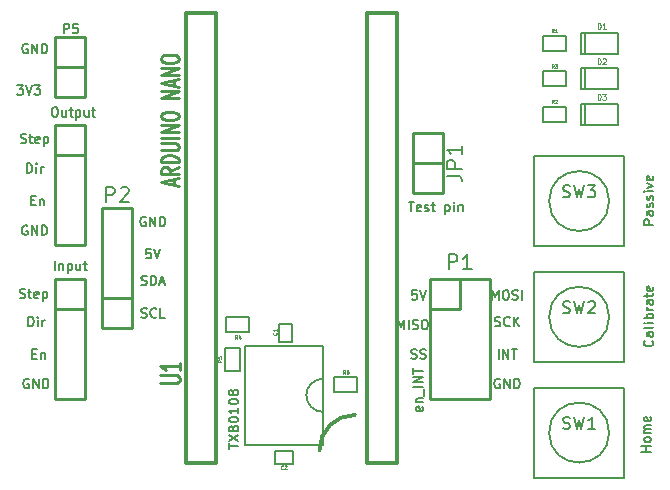
<source format=gto>
%FSLAX34Y34*%
G04 Gerber Fmt 3.4, Leading zero omitted, Abs format*
G04 (created by PCBNEW (2014-03-19 BZR 4756)-product) date Wed 04 Jun 2014 23:43:45 BST*
%MOIN*%
G01*
G70*
G90*
G04 APERTURE LIST*
%ADD10C,0.005906*%
%ADD11C,0.007874*%
%ADD12C,0.010000*%
%ADD13C,0.005000*%
%ADD14C,0.012000*%
%ADD15C,0.007875*%
%ADD16C,0.007900*%
%ADD17C,0.003000*%
%ADD18C,0.008000*%
%ADD19C,0.004500*%
%ADD20C,0.010700*%
G04 APERTURE END LIST*
G54D10*
G54D11*
X56042Y-39630D02*
X55892Y-39630D01*
X55877Y-39780D01*
X55892Y-39765D01*
X55922Y-39750D01*
X55997Y-39750D01*
X56027Y-39765D01*
X56042Y-39780D01*
X56057Y-39810D01*
X56057Y-39885D01*
X56042Y-39915D01*
X56027Y-39930D01*
X55997Y-39945D01*
X55922Y-39945D01*
X55892Y-39930D01*
X55877Y-39915D01*
X56147Y-39630D02*
X56252Y-39945D01*
X56357Y-39630D01*
X55410Y-40929D02*
X55410Y-40614D01*
X55515Y-40839D01*
X55620Y-40614D01*
X55620Y-40929D01*
X55770Y-40929D02*
X55770Y-40614D01*
X55905Y-40914D02*
X55950Y-40929D01*
X56025Y-40929D01*
X56055Y-40914D01*
X56070Y-40899D01*
X56085Y-40869D01*
X56085Y-40839D01*
X56070Y-40809D01*
X56055Y-40794D01*
X56025Y-40779D01*
X55965Y-40764D01*
X55935Y-40749D01*
X55920Y-40734D01*
X55905Y-40704D01*
X55905Y-40674D01*
X55920Y-40644D01*
X55935Y-40629D01*
X55965Y-40614D01*
X56040Y-40614D01*
X56085Y-40629D01*
X56280Y-40614D02*
X56340Y-40614D01*
X56370Y-40629D01*
X56400Y-40659D01*
X56415Y-40719D01*
X56415Y-40824D01*
X56400Y-40884D01*
X56370Y-40914D01*
X56340Y-40929D01*
X56280Y-40929D01*
X56250Y-40914D01*
X56220Y-40884D01*
X56205Y-40824D01*
X56205Y-40719D01*
X56220Y-40659D01*
X56250Y-40629D01*
X56280Y-40614D01*
X55862Y-41899D02*
X55907Y-41914D01*
X55982Y-41914D01*
X56012Y-41899D01*
X56027Y-41884D01*
X56042Y-41854D01*
X56042Y-41824D01*
X56027Y-41794D01*
X56012Y-41779D01*
X55982Y-41764D01*
X55922Y-41749D01*
X55892Y-41734D01*
X55877Y-41719D01*
X55862Y-41689D01*
X55862Y-41659D01*
X55877Y-41629D01*
X55892Y-41614D01*
X55922Y-41599D01*
X55997Y-41599D01*
X56042Y-41614D01*
X56162Y-41899D02*
X56207Y-41914D01*
X56282Y-41914D01*
X56312Y-41899D01*
X56327Y-41884D01*
X56342Y-41854D01*
X56342Y-41824D01*
X56327Y-41794D01*
X56312Y-41779D01*
X56282Y-41764D01*
X56222Y-41749D01*
X56192Y-41734D01*
X56177Y-41719D01*
X56162Y-41689D01*
X56162Y-41659D01*
X56177Y-41629D01*
X56192Y-41614D01*
X56222Y-41599D01*
X56297Y-41599D01*
X56342Y-41614D01*
X56229Y-43515D02*
X56244Y-43545D01*
X56244Y-43605D01*
X56229Y-43635D01*
X56199Y-43650D01*
X56079Y-43650D01*
X56049Y-43635D01*
X56034Y-43605D01*
X56034Y-43545D01*
X56049Y-43515D01*
X56079Y-43500D01*
X56109Y-43500D01*
X56139Y-43650D01*
X56034Y-43365D02*
X56244Y-43365D01*
X56064Y-43365D02*
X56049Y-43350D01*
X56034Y-43320D01*
X56034Y-43275D01*
X56049Y-43245D01*
X56079Y-43230D01*
X56244Y-43230D01*
X56274Y-43155D02*
X56274Y-42915D01*
X56244Y-42840D02*
X55929Y-42840D01*
X56244Y-42690D02*
X55929Y-42690D01*
X56244Y-42510D01*
X55929Y-42510D01*
X55929Y-42405D02*
X55929Y-42225D01*
X56244Y-42315D02*
X55929Y-42315D01*
X58815Y-42598D02*
X58785Y-42583D01*
X58740Y-42583D01*
X58695Y-42598D01*
X58665Y-42628D01*
X58650Y-42658D01*
X58635Y-42718D01*
X58635Y-42763D01*
X58650Y-42823D01*
X58665Y-42853D01*
X58695Y-42883D01*
X58740Y-42898D01*
X58770Y-42898D01*
X58815Y-42883D01*
X58830Y-42868D01*
X58830Y-42763D01*
X58770Y-42763D01*
X58965Y-42898D02*
X58965Y-42583D01*
X59145Y-42898D01*
X59145Y-42583D01*
X59295Y-42898D02*
X59295Y-42583D01*
X59370Y-42583D01*
X59415Y-42598D01*
X59445Y-42628D01*
X59460Y-42658D01*
X59475Y-42718D01*
X59475Y-42763D01*
X59460Y-42823D01*
X59445Y-42853D01*
X59415Y-42883D01*
X59370Y-42898D01*
X59295Y-42898D01*
X58770Y-41914D02*
X58770Y-41599D01*
X58920Y-41914D02*
X58920Y-41599D01*
X59100Y-41914D01*
X59100Y-41599D01*
X59205Y-41599D02*
X59385Y-41599D01*
X59295Y-41914D02*
X59295Y-41599D01*
X58650Y-40816D02*
X58695Y-40831D01*
X58770Y-40831D01*
X58800Y-40816D01*
X58815Y-40801D01*
X58830Y-40771D01*
X58830Y-40741D01*
X58815Y-40711D01*
X58800Y-40696D01*
X58770Y-40681D01*
X58710Y-40666D01*
X58680Y-40651D01*
X58665Y-40636D01*
X58650Y-40606D01*
X58650Y-40576D01*
X58665Y-40546D01*
X58680Y-40531D01*
X58710Y-40516D01*
X58785Y-40516D01*
X58830Y-40531D01*
X59145Y-40801D02*
X59130Y-40816D01*
X59085Y-40831D01*
X59055Y-40831D01*
X59010Y-40816D01*
X58980Y-40786D01*
X58965Y-40756D01*
X58950Y-40696D01*
X58950Y-40651D01*
X58965Y-40591D01*
X58980Y-40561D01*
X59010Y-40531D01*
X59055Y-40516D01*
X59085Y-40516D01*
X59130Y-40531D01*
X59145Y-40546D01*
X59280Y-40831D02*
X59280Y-40516D01*
X59460Y-40831D02*
X59325Y-40651D01*
X59460Y-40516D02*
X59280Y-40696D01*
X58560Y-39945D02*
X58560Y-39630D01*
X58665Y-39855D01*
X58770Y-39630D01*
X58770Y-39945D01*
X58980Y-39630D02*
X59040Y-39630D01*
X59070Y-39645D01*
X59100Y-39675D01*
X59115Y-39735D01*
X59115Y-39840D01*
X59100Y-39900D01*
X59070Y-39930D01*
X59040Y-39945D01*
X58980Y-39945D01*
X58950Y-39930D01*
X58920Y-39900D01*
X58905Y-39840D01*
X58905Y-39735D01*
X58920Y-39675D01*
X58950Y-39645D01*
X58980Y-39630D01*
X59235Y-39930D02*
X59280Y-39945D01*
X59355Y-39945D01*
X59385Y-39930D01*
X59400Y-39915D01*
X59415Y-39885D01*
X59415Y-39855D01*
X59400Y-39825D01*
X59385Y-39810D01*
X59355Y-39795D01*
X59295Y-39780D01*
X59265Y-39765D01*
X59250Y-39750D01*
X59235Y-39720D01*
X59235Y-39690D01*
X59250Y-39660D01*
X59265Y-39645D01*
X59295Y-39630D01*
X59370Y-39630D01*
X59415Y-39645D01*
X59550Y-39945D02*
X59550Y-39630D01*
X43071Y-31433D02*
X43041Y-31418D01*
X42996Y-31418D01*
X42951Y-31433D01*
X42921Y-31463D01*
X42906Y-31493D01*
X42891Y-31553D01*
X42891Y-31598D01*
X42906Y-31658D01*
X42921Y-31688D01*
X42951Y-31718D01*
X42996Y-31733D01*
X43026Y-31733D01*
X43071Y-31718D01*
X43086Y-31703D01*
X43086Y-31598D01*
X43026Y-31598D01*
X43221Y-31733D02*
X43221Y-31418D01*
X43401Y-31733D01*
X43401Y-31418D01*
X43550Y-31733D02*
X43550Y-31418D01*
X43625Y-31418D01*
X43670Y-31433D01*
X43700Y-31463D01*
X43715Y-31493D01*
X43730Y-31553D01*
X43730Y-31598D01*
X43715Y-31658D01*
X43700Y-31688D01*
X43670Y-31718D01*
X43625Y-31733D01*
X43550Y-31733D01*
X42724Y-32796D02*
X42919Y-32796D01*
X42814Y-32916D01*
X42859Y-32916D01*
X42889Y-32931D01*
X42904Y-32946D01*
X42919Y-32976D01*
X42919Y-33050D01*
X42904Y-33080D01*
X42889Y-33095D01*
X42859Y-33110D01*
X42769Y-33110D01*
X42739Y-33095D01*
X42724Y-33080D01*
X43009Y-32796D02*
X43114Y-33110D01*
X43219Y-32796D01*
X43294Y-32796D02*
X43489Y-32796D01*
X43384Y-32916D01*
X43429Y-32916D01*
X43459Y-32931D01*
X43474Y-32946D01*
X43489Y-32976D01*
X43489Y-33050D01*
X43474Y-33080D01*
X43459Y-33095D01*
X43429Y-33110D01*
X43339Y-33110D01*
X43309Y-33095D01*
X43294Y-33080D01*
X63922Y-37443D02*
X63607Y-37443D01*
X63607Y-37323D01*
X63622Y-37293D01*
X63637Y-37278D01*
X63667Y-37263D01*
X63712Y-37263D01*
X63742Y-37278D01*
X63757Y-37293D01*
X63772Y-37323D01*
X63772Y-37443D01*
X63922Y-36993D02*
X63757Y-36993D01*
X63727Y-37008D01*
X63712Y-37038D01*
X63712Y-37098D01*
X63727Y-37128D01*
X63907Y-36993D02*
X63922Y-37023D01*
X63922Y-37098D01*
X63907Y-37128D01*
X63877Y-37143D01*
X63847Y-37143D01*
X63817Y-37128D01*
X63802Y-37098D01*
X63802Y-37023D01*
X63787Y-36993D01*
X63907Y-36858D02*
X63922Y-36828D01*
X63922Y-36768D01*
X63907Y-36738D01*
X63877Y-36723D01*
X63862Y-36723D01*
X63832Y-36738D01*
X63817Y-36768D01*
X63817Y-36813D01*
X63802Y-36843D01*
X63772Y-36858D01*
X63757Y-36858D01*
X63727Y-36843D01*
X63712Y-36813D01*
X63712Y-36768D01*
X63727Y-36738D01*
X63907Y-36603D02*
X63922Y-36573D01*
X63922Y-36513D01*
X63907Y-36483D01*
X63877Y-36468D01*
X63862Y-36468D01*
X63832Y-36483D01*
X63817Y-36513D01*
X63817Y-36558D01*
X63802Y-36588D01*
X63772Y-36603D01*
X63757Y-36603D01*
X63727Y-36588D01*
X63712Y-36558D01*
X63712Y-36513D01*
X63727Y-36483D01*
X63922Y-36333D02*
X63712Y-36333D01*
X63607Y-36333D02*
X63622Y-36348D01*
X63637Y-36333D01*
X63622Y-36318D01*
X63607Y-36333D01*
X63637Y-36333D01*
X63712Y-36213D02*
X63922Y-36138D01*
X63712Y-36063D01*
X63907Y-35823D02*
X63922Y-35853D01*
X63922Y-35913D01*
X63907Y-35943D01*
X63877Y-35958D01*
X63757Y-35958D01*
X63727Y-35943D01*
X63712Y-35913D01*
X63712Y-35853D01*
X63727Y-35823D01*
X63757Y-35808D01*
X63787Y-35808D01*
X63817Y-35958D01*
X63892Y-41302D02*
X63907Y-41317D01*
X63922Y-41362D01*
X63922Y-41392D01*
X63907Y-41437D01*
X63877Y-41467D01*
X63847Y-41482D01*
X63787Y-41497D01*
X63742Y-41497D01*
X63682Y-41482D01*
X63652Y-41467D01*
X63622Y-41437D01*
X63607Y-41392D01*
X63607Y-41362D01*
X63622Y-41317D01*
X63637Y-41302D01*
X63922Y-41032D02*
X63757Y-41032D01*
X63727Y-41047D01*
X63712Y-41077D01*
X63712Y-41137D01*
X63727Y-41167D01*
X63907Y-41032D02*
X63922Y-41062D01*
X63922Y-41137D01*
X63907Y-41167D01*
X63877Y-41182D01*
X63847Y-41182D01*
X63817Y-41167D01*
X63802Y-41137D01*
X63802Y-41062D01*
X63787Y-41032D01*
X63922Y-40837D02*
X63907Y-40867D01*
X63877Y-40882D01*
X63607Y-40882D01*
X63922Y-40717D02*
X63712Y-40717D01*
X63607Y-40717D02*
X63622Y-40732D01*
X63637Y-40717D01*
X63622Y-40702D01*
X63607Y-40717D01*
X63637Y-40717D01*
X63922Y-40567D02*
X63607Y-40567D01*
X63727Y-40567D02*
X63712Y-40537D01*
X63712Y-40477D01*
X63727Y-40447D01*
X63742Y-40432D01*
X63772Y-40417D01*
X63862Y-40417D01*
X63892Y-40432D01*
X63907Y-40447D01*
X63922Y-40477D01*
X63922Y-40537D01*
X63907Y-40567D01*
X63922Y-40282D02*
X63712Y-40282D01*
X63772Y-40282D02*
X63742Y-40267D01*
X63727Y-40252D01*
X63712Y-40222D01*
X63712Y-40192D01*
X63922Y-39952D02*
X63757Y-39952D01*
X63727Y-39967D01*
X63712Y-39997D01*
X63712Y-40057D01*
X63727Y-40087D01*
X63907Y-39952D02*
X63922Y-39982D01*
X63922Y-40057D01*
X63907Y-40087D01*
X63877Y-40102D01*
X63847Y-40102D01*
X63817Y-40087D01*
X63802Y-40057D01*
X63802Y-39982D01*
X63787Y-39952D01*
X63712Y-39847D02*
X63712Y-39727D01*
X63607Y-39802D02*
X63877Y-39802D01*
X63907Y-39787D01*
X63922Y-39757D01*
X63922Y-39727D01*
X63907Y-39502D02*
X63922Y-39532D01*
X63922Y-39592D01*
X63907Y-39622D01*
X63877Y-39637D01*
X63757Y-39637D01*
X63727Y-39622D01*
X63712Y-39592D01*
X63712Y-39532D01*
X63727Y-39502D01*
X63757Y-39487D01*
X63787Y-39487D01*
X63817Y-39637D01*
X63843Y-45006D02*
X63528Y-45006D01*
X63678Y-45006D02*
X63678Y-44826D01*
X63843Y-44826D02*
X63528Y-44826D01*
X63843Y-44631D02*
X63828Y-44661D01*
X63813Y-44676D01*
X63783Y-44691D01*
X63693Y-44691D01*
X63663Y-44676D01*
X63648Y-44661D01*
X63633Y-44631D01*
X63633Y-44586D01*
X63648Y-44556D01*
X63663Y-44541D01*
X63693Y-44526D01*
X63783Y-44526D01*
X63813Y-44541D01*
X63828Y-44556D01*
X63843Y-44586D01*
X63843Y-44631D01*
X63843Y-44391D02*
X63633Y-44391D01*
X63663Y-44391D02*
X63648Y-44376D01*
X63633Y-44346D01*
X63633Y-44301D01*
X63648Y-44271D01*
X63678Y-44256D01*
X63843Y-44256D01*
X63678Y-44256D02*
X63648Y-44241D01*
X63633Y-44211D01*
X63633Y-44166D01*
X63648Y-44136D01*
X63678Y-44121D01*
X63843Y-44121D01*
X63828Y-43851D02*
X63843Y-43881D01*
X63843Y-43941D01*
X63828Y-43971D01*
X63798Y-43986D01*
X63678Y-43986D01*
X63648Y-43971D01*
X63633Y-43941D01*
X63633Y-43881D01*
X63648Y-43851D01*
X63678Y-43836D01*
X63708Y-43836D01*
X63738Y-43986D01*
X47004Y-37185D02*
X46974Y-37170D01*
X46929Y-37170D01*
X46884Y-37185D01*
X46854Y-37215D01*
X46839Y-37245D01*
X46824Y-37305D01*
X46824Y-37350D01*
X46839Y-37410D01*
X46854Y-37440D01*
X46884Y-37470D01*
X46929Y-37485D01*
X46959Y-37485D01*
X47004Y-37470D01*
X47019Y-37455D01*
X47019Y-37350D01*
X46959Y-37350D01*
X47154Y-37485D02*
X47154Y-37170D01*
X47334Y-37485D01*
X47334Y-37170D01*
X47484Y-37485D02*
X47484Y-37170D01*
X47559Y-37170D01*
X47604Y-37185D01*
X47634Y-37215D01*
X47649Y-37245D01*
X47664Y-37305D01*
X47664Y-37350D01*
X47649Y-37410D01*
X47634Y-37440D01*
X47604Y-37470D01*
X47559Y-37485D01*
X47484Y-37485D01*
X47184Y-38252D02*
X47034Y-38252D01*
X47019Y-38402D01*
X47034Y-38387D01*
X47064Y-38372D01*
X47139Y-38372D01*
X47169Y-38387D01*
X47184Y-38402D01*
X47199Y-38432D01*
X47199Y-38507D01*
X47184Y-38537D01*
X47169Y-38552D01*
X47139Y-38567D01*
X47064Y-38567D01*
X47034Y-38552D01*
X47019Y-38537D01*
X47289Y-38252D02*
X47394Y-38567D01*
X47499Y-38252D01*
X46861Y-39438D02*
X46906Y-39453D01*
X46981Y-39453D01*
X47011Y-39438D01*
X47026Y-39423D01*
X47041Y-39393D01*
X47041Y-39363D01*
X47026Y-39333D01*
X47011Y-39318D01*
X46981Y-39303D01*
X46921Y-39288D01*
X46891Y-39273D01*
X46876Y-39258D01*
X46861Y-39228D01*
X46861Y-39198D01*
X46876Y-39168D01*
X46891Y-39153D01*
X46921Y-39138D01*
X46996Y-39138D01*
X47041Y-39153D01*
X47176Y-39453D02*
X47176Y-39138D01*
X47251Y-39138D01*
X47296Y-39153D01*
X47326Y-39183D01*
X47341Y-39213D01*
X47356Y-39273D01*
X47356Y-39318D01*
X47341Y-39378D01*
X47326Y-39408D01*
X47296Y-39438D01*
X47251Y-39453D01*
X47176Y-39453D01*
X47476Y-39363D02*
X47626Y-39363D01*
X47446Y-39453D02*
X47551Y-39138D01*
X47656Y-39453D01*
X46869Y-40521D02*
X46914Y-40536D01*
X46989Y-40536D01*
X47019Y-40521D01*
X47034Y-40506D01*
X47049Y-40476D01*
X47049Y-40446D01*
X47034Y-40416D01*
X47019Y-40401D01*
X46989Y-40386D01*
X46929Y-40371D01*
X46899Y-40356D01*
X46884Y-40341D01*
X46869Y-40311D01*
X46869Y-40281D01*
X46884Y-40251D01*
X46899Y-40236D01*
X46929Y-40221D01*
X47004Y-40221D01*
X47049Y-40236D01*
X47364Y-40506D02*
X47349Y-40521D01*
X47304Y-40536D01*
X47274Y-40536D01*
X47229Y-40521D01*
X47199Y-40491D01*
X47184Y-40461D01*
X47169Y-40401D01*
X47169Y-40356D01*
X47184Y-40296D01*
X47199Y-40266D01*
X47229Y-40236D01*
X47274Y-40221D01*
X47304Y-40221D01*
X47349Y-40236D01*
X47364Y-40251D01*
X47649Y-40536D02*
X47499Y-40536D01*
X47499Y-40221D01*
X43949Y-33528D02*
X44009Y-33528D01*
X44039Y-33543D01*
X44069Y-33573D01*
X44084Y-33633D01*
X44084Y-33738D01*
X44069Y-33798D01*
X44039Y-33828D01*
X44009Y-33843D01*
X43949Y-33843D01*
X43919Y-33828D01*
X43889Y-33798D01*
X43874Y-33738D01*
X43874Y-33633D01*
X43889Y-33573D01*
X43919Y-33543D01*
X43949Y-33528D01*
X44354Y-33633D02*
X44354Y-33843D01*
X44219Y-33633D02*
X44219Y-33798D01*
X44234Y-33828D01*
X44264Y-33843D01*
X44309Y-33843D01*
X44339Y-33828D01*
X44354Y-33813D01*
X44459Y-33633D02*
X44579Y-33633D01*
X44504Y-33528D02*
X44504Y-33798D01*
X44519Y-33828D01*
X44549Y-33843D01*
X44579Y-33843D01*
X44684Y-33633D02*
X44684Y-33948D01*
X44684Y-33648D02*
X44714Y-33633D01*
X44774Y-33633D01*
X44804Y-33648D01*
X44819Y-33663D01*
X44834Y-33693D01*
X44834Y-33783D01*
X44819Y-33813D01*
X44804Y-33828D01*
X44774Y-33843D01*
X44714Y-33843D01*
X44684Y-33828D01*
X45104Y-33633D02*
X45104Y-33843D01*
X44969Y-33633D02*
X44969Y-33798D01*
X44984Y-33828D01*
X45014Y-33843D01*
X45059Y-33843D01*
X45089Y-33828D01*
X45104Y-33813D01*
X45209Y-33633D02*
X45329Y-33633D01*
X45254Y-33528D02*
X45254Y-33798D01*
X45269Y-33828D01*
X45299Y-33843D01*
X45329Y-33843D01*
X42849Y-34714D02*
X42894Y-34729D01*
X42969Y-34729D01*
X42999Y-34714D01*
X43014Y-34699D01*
X43029Y-34669D01*
X43029Y-34639D01*
X43014Y-34609D01*
X42999Y-34594D01*
X42969Y-34579D01*
X42909Y-34564D01*
X42879Y-34549D01*
X42864Y-34534D01*
X42849Y-34504D01*
X42849Y-34474D01*
X42864Y-34444D01*
X42879Y-34429D01*
X42909Y-34414D01*
X42984Y-34414D01*
X43029Y-34429D01*
X43119Y-34519D02*
X43239Y-34519D01*
X43164Y-34414D02*
X43164Y-34684D01*
X43179Y-34714D01*
X43209Y-34729D01*
X43239Y-34729D01*
X43464Y-34714D02*
X43434Y-34729D01*
X43374Y-34729D01*
X43344Y-34714D01*
X43329Y-34684D01*
X43329Y-34564D01*
X43344Y-34534D01*
X43374Y-34519D01*
X43434Y-34519D01*
X43464Y-34534D01*
X43479Y-34564D01*
X43479Y-34594D01*
X43329Y-34624D01*
X43614Y-34519D02*
X43614Y-34834D01*
X43614Y-34534D02*
X43644Y-34519D01*
X43704Y-34519D01*
X43734Y-34534D01*
X43749Y-34549D01*
X43764Y-34579D01*
X43764Y-34669D01*
X43749Y-34699D01*
X43734Y-34714D01*
X43704Y-34729D01*
X43644Y-34729D01*
X43614Y-34714D01*
X43052Y-35713D02*
X43052Y-35398D01*
X43127Y-35398D01*
X43172Y-35413D01*
X43202Y-35443D01*
X43217Y-35473D01*
X43232Y-35533D01*
X43232Y-35578D01*
X43217Y-35638D01*
X43202Y-35668D01*
X43172Y-35698D01*
X43127Y-35713D01*
X43052Y-35713D01*
X43367Y-35713D02*
X43367Y-35503D01*
X43367Y-35398D02*
X43352Y-35413D01*
X43367Y-35428D01*
X43382Y-35413D01*
X43367Y-35398D01*
X43367Y-35428D01*
X43517Y-35713D02*
X43517Y-35503D01*
X43517Y-35563D02*
X43532Y-35533D01*
X43547Y-35518D01*
X43577Y-35503D01*
X43607Y-35503D01*
X43195Y-36631D02*
X43300Y-36631D01*
X43345Y-36796D02*
X43195Y-36796D01*
X43195Y-36481D01*
X43345Y-36481D01*
X43480Y-36586D02*
X43480Y-36796D01*
X43480Y-36616D02*
X43495Y-36601D01*
X43525Y-36586D01*
X43570Y-36586D01*
X43600Y-36601D01*
X43615Y-36631D01*
X43615Y-36796D01*
X43067Y-37480D02*
X43037Y-37465D01*
X42992Y-37465D01*
X42947Y-37480D01*
X42917Y-37510D01*
X42902Y-37540D01*
X42887Y-37600D01*
X42887Y-37645D01*
X42902Y-37705D01*
X42917Y-37735D01*
X42947Y-37765D01*
X42992Y-37780D01*
X43022Y-37780D01*
X43067Y-37765D01*
X43082Y-37750D01*
X43082Y-37645D01*
X43022Y-37645D01*
X43217Y-37780D02*
X43217Y-37465D01*
X43397Y-37780D01*
X43397Y-37465D01*
X43547Y-37780D02*
X43547Y-37465D01*
X43622Y-37465D01*
X43667Y-37480D01*
X43697Y-37510D01*
X43712Y-37540D01*
X43727Y-37600D01*
X43727Y-37645D01*
X43712Y-37705D01*
X43697Y-37735D01*
X43667Y-37765D01*
X43622Y-37780D01*
X43547Y-37780D01*
X43970Y-38961D02*
X43970Y-38646D01*
X44120Y-38751D02*
X44120Y-38961D01*
X44120Y-38781D02*
X44135Y-38766D01*
X44165Y-38751D01*
X44210Y-38751D01*
X44240Y-38766D01*
X44255Y-38796D01*
X44255Y-38961D01*
X44405Y-38751D02*
X44405Y-39066D01*
X44405Y-38766D02*
X44435Y-38751D01*
X44495Y-38751D01*
X44525Y-38766D01*
X44540Y-38781D01*
X44555Y-38811D01*
X44555Y-38901D01*
X44540Y-38931D01*
X44525Y-38946D01*
X44495Y-38961D01*
X44435Y-38961D01*
X44405Y-38946D01*
X44825Y-38751D02*
X44825Y-38961D01*
X44690Y-38751D02*
X44690Y-38916D01*
X44705Y-38946D01*
X44735Y-38961D01*
X44780Y-38961D01*
X44810Y-38946D01*
X44825Y-38931D01*
X44930Y-38751D02*
X45050Y-38751D01*
X44975Y-38646D02*
X44975Y-38916D01*
X44990Y-38946D01*
X45020Y-38961D01*
X45050Y-38961D01*
X43106Y-42598D02*
X43076Y-42583D01*
X43031Y-42583D01*
X42986Y-42598D01*
X42956Y-42628D01*
X42941Y-42658D01*
X42926Y-42718D01*
X42926Y-42763D01*
X42941Y-42823D01*
X42956Y-42853D01*
X42986Y-42883D01*
X43031Y-42898D01*
X43061Y-42898D01*
X43106Y-42883D01*
X43121Y-42868D01*
X43121Y-42763D01*
X43061Y-42763D01*
X43256Y-42898D02*
X43256Y-42583D01*
X43436Y-42898D01*
X43436Y-42583D01*
X43586Y-42898D02*
X43586Y-42583D01*
X43661Y-42583D01*
X43706Y-42598D01*
X43736Y-42628D01*
X43751Y-42658D01*
X43766Y-42718D01*
X43766Y-42763D01*
X43751Y-42823D01*
X43736Y-42853D01*
X43706Y-42883D01*
X43661Y-42898D01*
X43586Y-42898D01*
X43234Y-41749D02*
X43339Y-41749D01*
X43384Y-41914D02*
X43234Y-41914D01*
X43234Y-41599D01*
X43384Y-41599D01*
X43519Y-41704D02*
X43519Y-41914D01*
X43519Y-41734D02*
X43534Y-41719D01*
X43564Y-41704D01*
X43609Y-41704D01*
X43639Y-41719D01*
X43654Y-41749D01*
X43654Y-41914D01*
X43091Y-40831D02*
X43091Y-40516D01*
X43166Y-40516D01*
X43211Y-40531D01*
X43241Y-40561D01*
X43256Y-40591D01*
X43271Y-40651D01*
X43271Y-40696D01*
X43256Y-40756D01*
X43241Y-40786D01*
X43211Y-40816D01*
X43166Y-40831D01*
X43091Y-40831D01*
X43406Y-40831D02*
X43406Y-40621D01*
X43406Y-40516D02*
X43391Y-40531D01*
X43406Y-40546D01*
X43421Y-40531D01*
X43406Y-40516D01*
X43406Y-40546D01*
X43556Y-40831D02*
X43556Y-40621D01*
X43556Y-40681D02*
X43571Y-40651D01*
X43586Y-40636D01*
X43616Y-40621D01*
X43646Y-40621D01*
X42810Y-39871D02*
X42855Y-39886D01*
X42930Y-39886D01*
X42960Y-39871D01*
X42975Y-39856D01*
X42990Y-39826D01*
X42990Y-39796D01*
X42975Y-39766D01*
X42960Y-39751D01*
X42930Y-39736D01*
X42870Y-39721D01*
X42840Y-39706D01*
X42825Y-39691D01*
X42810Y-39661D01*
X42810Y-39631D01*
X42825Y-39601D01*
X42840Y-39586D01*
X42870Y-39571D01*
X42945Y-39571D01*
X42990Y-39586D01*
X43080Y-39676D02*
X43200Y-39676D01*
X43125Y-39571D02*
X43125Y-39841D01*
X43140Y-39871D01*
X43170Y-39886D01*
X43200Y-39886D01*
X43425Y-39871D02*
X43395Y-39886D01*
X43335Y-39886D01*
X43305Y-39871D01*
X43290Y-39841D01*
X43290Y-39721D01*
X43305Y-39691D01*
X43335Y-39676D01*
X43395Y-39676D01*
X43425Y-39691D01*
X43440Y-39721D01*
X43440Y-39751D01*
X43290Y-39781D01*
X43575Y-39676D02*
X43575Y-39991D01*
X43575Y-39691D02*
X43605Y-39676D01*
X43665Y-39676D01*
X43695Y-39691D01*
X43710Y-39706D01*
X43725Y-39736D01*
X43725Y-39826D01*
X43710Y-39856D01*
X43695Y-39871D01*
X43665Y-39886D01*
X43605Y-39886D01*
X43575Y-39871D01*
X55770Y-36677D02*
X55950Y-36677D01*
X55860Y-36992D02*
X55860Y-36677D01*
X56175Y-36977D02*
X56145Y-36992D01*
X56085Y-36992D01*
X56055Y-36977D01*
X56040Y-36947D01*
X56040Y-36827D01*
X56055Y-36797D01*
X56085Y-36782D01*
X56145Y-36782D01*
X56175Y-36797D01*
X56190Y-36827D01*
X56190Y-36857D01*
X56040Y-36887D01*
X56310Y-36977D02*
X56340Y-36992D01*
X56400Y-36992D01*
X56430Y-36977D01*
X56445Y-36947D01*
X56445Y-36932D01*
X56430Y-36902D01*
X56400Y-36887D01*
X56355Y-36887D01*
X56325Y-36872D01*
X56310Y-36842D01*
X56310Y-36827D01*
X56325Y-36797D01*
X56355Y-36782D01*
X56400Y-36782D01*
X56430Y-36797D01*
X56535Y-36782D02*
X56655Y-36782D01*
X56580Y-36677D02*
X56580Y-36947D01*
X56595Y-36977D01*
X56625Y-36992D01*
X56655Y-36992D01*
X57000Y-36782D02*
X57000Y-37097D01*
X57000Y-36797D02*
X57030Y-36782D01*
X57090Y-36782D01*
X57120Y-36797D01*
X57135Y-36812D01*
X57150Y-36842D01*
X57150Y-36932D01*
X57135Y-36962D01*
X57120Y-36977D01*
X57090Y-36992D01*
X57030Y-36992D01*
X57000Y-36977D01*
X57285Y-36992D02*
X57285Y-36782D01*
X57285Y-36677D02*
X57270Y-36692D01*
X57285Y-36707D01*
X57300Y-36692D01*
X57285Y-36677D01*
X57285Y-36707D01*
X57435Y-36782D02*
X57435Y-36992D01*
X57435Y-36812D02*
X57450Y-36797D01*
X57480Y-36782D01*
X57525Y-36782D01*
X57555Y-36797D01*
X57570Y-36827D01*
X57570Y-36992D01*
G54D10*
X52362Y-43129D02*
G75*
G03X52913Y-43681I551J0D01*
G74*
G01*
X52913Y-42578D02*
G75*
G03X52362Y-43129I0J-551D01*
G74*
G01*
X52913Y-41476D02*
X52913Y-44783D01*
X52913Y-44783D02*
X50314Y-44783D01*
X50314Y-44783D02*
X50314Y-41476D01*
X50314Y-41476D02*
X52913Y-41476D01*
X51879Y-40738D02*
X51466Y-40738D01*
X51466Y-40738D02*
X51466Y-41348D01*
X51466Y-41348D02*
X51879Y-41348D01*
X51879Y-40738D02*
X51879Y-41348D01*
X51919Y-45403D02*
X51919Y-44990D01*
X51919Y-44990D02*
X51309Y-44990D01*
X51309Y-44990D02*
X51309Y-45403D01*
X51919Y-45403D02*
X51309Y-45403D01*
G54D12*
X56480Y-40240D02*
X56480Y-43240D01*
X56480Y-43240D02*
X58480Y-43240D01*
X58480Y-43240D02*
X58480Y-39240D01*
X58480Y-39240D02*
X57480Y-39240D01*
X56480Y-39240D02*
X56480Y-40240D01*
X57480Y-39240D02*
X57480Y-40240D01*
X57480Y-40240D02*
X56480Y-40240D01*
X56480Y-39240D02*
X57480Y-39240D01*
X46562Y-39877D02*
X46562Y-36877D01*
X45562Y-39877D02*
X45562Y-36877D01*
X45562Y-40877D02*
X45562Y-39877D01*
X46562Y-36877D02*
X45562Y-36877D01*
X45562Y-39877D02*
X46562Y-39877D01*
X45562Y-40877D02*
X46562Y-40877D01*
X46562Y-40877D02*
X46562Y-39877D01*
X43988Y-35122D02*
X43988Y-38122D01*
X44988Y-35122D02*
X44988Y-38122D01*
X44988Y-34122D02*
X44988Y-35122D01*
X43988Y-38122D02*
X44988Y-38122D01*
X44988Y-35122D02*
X43988Y-35122D01*
X44988Y-34122D02*
X43988Y-34122D01*
X43988Y-34122D02*
X43988Y-35122D01*
X43988Y-40240D02*
X43988Y-43240D01*
X44988Y-40240D02*
X44988Y-43240D01*
X44988Y-39240D02*
X44988Y-40240D01*
X43988Y-43240D02*
X44988Y-43240D01*
X44988Y-40240D02*
X43988Y-40240D01*
X44988Y-39240D02*
X43988Y-39240D01*
X43988Y-39240D02*
X43988Y-40240D01*
G54D10*
X61013Y-31151D02*
X60246Y-31151D01*
X60246Y-31151D02*
X60246Y-31643D01*
X60246Y-31643D02*
X61013Y-31643D01*
X61013Y-31643D02*
X61013Y-31151D01*
X61013Y-33513D02*
X60246Y-33513D01*
X60246Y-33513D02*
X60246Y-34005D01*
X60246Y-34005D02*
X61013Y-34005D01*
X61013Y-34005D02*
X61013Y-33513D01*
X61013Y-32332D02*
X60246Y-32332D01*
X60246Y-32332D02*
X60246Y-32824D01*
X60246Y-32824D02*
X61013Y-32824D01*
X61013Y-32824D02*
X61013Y-32332D01*
X49694Y-41013D02*
X50462Y-41013D01*
X50462Y-41013D02*
X50462Y-40521D01*
X50462Y-40521D02*
X49694Y-40521D01*
X49694Y-40521D02*
X49694Y-41013D01*
X49655Y-41545D02*
X49655Y-42312D01*
X49655Y-42312D02*
X50147Y-42312D01*
X50147Y-42312D02*
X50147Y-41545D01*
X50147Y-41545D02*
X49655Y-41545D01*
X54064Y-42529D02*
X53297Y-42529D01*
X53297Y-42529D02*
X53297Y-43021D01*
X53297Y-43021D02*
X54064Y-43021D01*
X54064Y-43021D02*
X54064Y-42529D01*
G54D13*
X62456Y-44370D02*
G75*
G03X62456Y-44370I-1000J0D01*
G74*
G01*
X59956Y-42870D02*
X62956Y-42870D01*
X62956Y-42870D02*
X62956Y-45870D01*
X62956Y-45870D02*
X59956Y-45870D01*
X59956Y-42870D02*
X59956Y-45870D01*
X62456Y-40511D02*
G75*
G03X62456Y-40511I-1000J0D01*
G74*
G01*
X59956Y-39011D02*
X62956Y-39011D01*
X62956Y-39011D02*
X62956Y-42011D01*
X62956Y-42011D02*
X59956Y-42011D01*
X59956Y-39011D02*
X59956Y-42011D01*
X62456Y-36653D02*
G75*
G03X62456Y-36653I-1000J0D01*
G74*
G01*
X59956Y-35153D02*
X62956Y-35153D01*
X62956Y-35153D02*
X62956Y-38153D01*
X62956Y-38153D02*
X59956Y-38153D01*
X59956Y-35153D02*
X59956Y-38153D01*
G54D10*
X61653Y-31043D02*
X61515Y-31043D01*
X61515Y-31043D02*
X61515Y-31751D01*
X61515Y-31751D02*
X61653Y-31751D01*
X61653Y-31751D02*
X62755Y-31751D01*
X62755Y-31751D02*
X62755Y-31043D01*
X62755Y-31043D02*
X61653Y-31043D01*
X61653Y-31043D02*
X61653Y-31751D01*
X61653Y-32224D02*
X61515Y-32224D01*
X61515Y-32224D02*
X61515Y-32933D01*
X61515Y-32933D02*
X61653Y-32933D01*
X61653Y-32933D02*
X62755Y-32933D01*
X62755Y-32933D02*
X62755Y-32224D01*
X62755Y-32224D02*
X61653Y-32224D01*
X61653Y-32224D02*
X61653Y-32933D01*
X61653Y-33405D02*
X61515Y-33405D01*
X61515Y-33405D02*
X61515Y-34114D01*
X61515Y-34114D02*
X61653Y-34114D01*
X61653Y-34114D02*
X62755Y-34114D01*
X62755Y-34114D02*
X62755Y-33405D01*
X62755Y-33405D02*
X61653Y-33405D01*
X61653Y-33405D02*
X61653Y-34114D01*
G54D12*
X56917Y-35393D02*
X55917Y-35393D01*
X56917Y-34393D02*
X55917Y-34393D01*
X55917Y-34393D02*
X55917Y-35393D01*
X55917Y-35393D02*
X55917Y-36393D01*
X55917Y-36393D02*
X56917Y-36393D01*
X56917Y-36393D02*
X56917Y-34393D01*
X43992Y-32181D02*
X44992Y-32181D01*
X43992Y-33181D02*
X44992Y-33181D01*
X44992Y-33181D02*
X44992Y-32181D01*
X44992Y-32181D02*
X44992Y-31181D01*
X44992Y-31181D02*
X43992Y-31181D01*
X43992Y-31181D02*
X43992Y-33181D01*
G54D14*
X53980Y-43779D02*
G75*
G03X52799Y-44960I0J-1181D01*
G74*
G01*
X48354Y-30460D02*
X48354Y-30397D01*
X55389Y-31389D02*
X55389Y-30393D01*
X55389Y-30393D02*
X54389Y-30393D01*
X54389Y-31393D02*
X54389Y-30393D01*
X49358Y-31389D02*
X49358Y-30397D01*
X49358Y-30397D02*
X48358Y-30397D01*
X48354Y-31385D02*
X48354Y-30437D01*
X55388Y-45394D02*
X54388Y-45394D01*
X55388Y-31394D02*
X55388Y-45394D01*
X54388Y-45394D02*
X54388Y-31394D01*
X48358Y-45385D02*
X48358Y-31385D01*
X49358Y-31385D02*
X49358Y-45385D01*
X49358Y-45385D02*
X48358Y-45385D01*
G54D15*
X49778Y-44914D02*
X49778Y-44734D01*
X50093Y-44824D02*
X49778Y-44824D01*
X49778Y-44659D02*
X50093Y-44449D01*
X49778Y-44449D02*
X50093Y-44659D01*
X49928Y-44224D02*
X49943Y-44179D01*
X49958Y-44164D01*
X49988Y-44149D01*
X50033Y-44149D01*
X50063Y-44164D01*
X50078Y-44179D01*
X50093Y-44209D01*
X50093Y-44329D01*
X49778Y-44329D01*
X49778Y-44224D01*
X49793Y-44194D01*
X49808Y-44179D01*
X49838Y-44164D01*
X49868Y-44164D01*
X49898Y-44179D01*
X49913Y-44194D01*
X49928Y-44224D01*
X49928Y-44329D01*
X49778Y-43954D02*
X49778Y-43924D01*
X49793Y-43894D01*
X49808Y-43879D01*
X49838Y-43864D01*
X49898Y-43849D01*
X49973Y-43849D01*
X50033Y-43864D01*
X50063Y-43879D01*
X50078Y-43894D01*
X50093Y-43924D01*
X50093Y-43954D01*
X50078Y-43984D01*
X50063Y-43999D01*
X50033Y-44014D01*
X49973Y-44029D01*
X49898Y-44029D01*
X49838Y-44014D01*
X49808Y-43999D01*
X49793Y-43984D01*
X49778Y-43954D01*
X50093Y-43549D02*
X50093Y-43729D01*
X50093Y-43639D02*
X49778Y-43639D01*
X49823Y-43669D01*
X49853Y-43699D01*
X49868Y-43729D01*
X49778Y-43354D02*
X49778Y-43324D01*
X49793Y-43294D01*
X49808Y-43279D01*
X49838Y-43264D01*
X49898Y-43249D01*
X49973Y-43249D01*
X50033Y-43264D01*
X50063Y-43279D01*
X50078Y-43294D01*
X50093Y-43324D01*
X50093Y-43354D01*
X50078Y-43384D01*
X50063Y-43399D01*
X50033Y-43414D01*
X49973Y-43429D01*
X49898Y-43429D01*
X49838Y-43414D01*
X49808Y-43399D01*
X49793Y-43384D01*
X49778Y-43354D01*
X49913Y-43069D02*
X49898Y-43099D01*
X49883Y-43114D01*
X49853Y-43129D01*
X49838Y-43129D01*
X49808Y-43114D01*
X49793Y-43099D01*
X49778Y-43069D01*
X49778Y-43009D01*
X49793Y-42979D01*
X49808Y-42964D01*
X49838Y-42949D01*
X49853Y-42949D01*
X49883Y-42964D01*
X49898Y-42979D01*
X49913Y-43009D01*
X49913Y-43069D01*
X49928Y-43099D01*
X49943Y-43114D01*
X49973Y-43129D01*
X50033Y-43129D01*
X50063Y-43114D01*
X50078Y-43099D01*
X50093Y-43069D01*
X50093Y-43009D01*
X50078Y-42979D01*
X50063Y-42964D01*
X50033Y-42949D01*
X49973Y-42949D01*
X49943Y-42964D01*
X49928Y-42979D01*
X49913Y-43009D01*
G54D16*
G54D17*
X51361Y-41043D02*
X51367Y-41049D01*
X51373Y-41066D01*
X51373Y-41077D01*
X51367Y-41095D01*
X51356Y-41106D01*
X51344Y-41112D01*
X51321Y-41117D01*
X51304Y-41117D01*
X51281Y-41112D01*
X51270Y-41106D01*
X51258Y-41095D01*
X51253Y-41077D01*
X51253Y-41066D01*
X51258Y-41049D01*
X51264Y-41043D01*
X51373Y-40929D02*
X51373Y-40997D01*
X51373Y-40963D02*
X51253Y-40963D01*
X51270Y-40975D01*
X51281Y-40986D01*
X51287Y-40997D01*
X51594Y-45574D02*
X51588Y-45580D01*
X51571Y-45585D01*
X51559Y-45585D01*
X51542Y-45580D01*
X51531Y-45568D01*
X51525Y-45557D01*
X51519Y-45534D01*
X51519Y-45517D01*
X51525Y-45494D01*
X51531Y-45482D01*
X51542Y-45471D01*
X51559Y-45465D01*
X51571Y-45465D01*
X51588Y-45471D01*
X51594Y-45477D01*
X51639Y-45477D02*
X51645Y-45471D01*
X51657Y-45465D01*
X51685Y-45465D01*
X51697Y-45471D01*
X51702Y-45477D01*
X51708Y-45488D01*
X51708Y-45500D01*
X51702Y-45517D01*
X51634Y-45585D01*
X51708Y-45585D01*
G54D18*
X57111Y-38926D02*
X57111Y-38426D01*
X57301Y-38426D01*
X57349Y-38450D01*
X57373Y-38474D01*
X57396Y-38522D01*
X57396Y-38593D01*
X57373Y-38641D01*
X57349Y-38665D01*
X57301Y-38688D01*
X57111Y-38688D01*
X57873Y-38926D02*
X57587Y-38926D01*
X57730Y-38926D02*
X57730Y-38426D01*
X57682Y-38498D01*
X57635Y-38546D01*
X57587Y-38569D01*
X45693Y-36682D02*
X45693Y-36182D01*
X45884Y-36182D01*
X45932Y-36206D01*
X45955Y-36230D01*
X45979Y-36278D01*
X45979Y-36349D01*
X45955Y-36397D01*
X45932Y-36420D01*
X45884Y-36444D01*
X45693Y-36444D01*
X46170Y-36230D02*
X46193Y-36206D01*
X46241Y-36182D01*
X46360Y-36182D01*
X46408Y-36206D01*
X46432Y-36230D01*
X46455Y-36278D01*
X46455Y-36325D01*
X46432Y-36397D01*
X46146Y-36682D01*
X46455Y-36682D01*
G54D17*
X60609Y-31028D02*
X60569Y-30971D01*
X60541Y-31028D02*
X60541Y-30908D01*
X60587Y-30908D01*
X60598Y-30914D01*
X60604Y-30920D01*
X60609Y-30931D01*
X60609Y-30948D01*
X60604Y-30960D01*
X60598Y-30965D01*
X60587Y-30971D01*
X60541Y-30971D01*
X60724Y-31028D02*
X60655Y-31028D01*
X60689Y-31028D02*
X60689Y-30908D01*
X60678Y-30925D01*
X60667Y-30937D01*
X60655Y-30942D01*
X60609Y-33390D02*
X60569Y-33333D01*
X60541Y-33390D02*
X60541Y-33270D01*
X60587Y-33270D01*
X60598Y-33276D01*
X60604Y-33282D01*
X60609Y-33293D01*
X60609Y-33310D01*
X60604Y-33322D01*
X60598Y-33328D01*
X60587Y-33333D01*
X60541Y-33333D01*
X60655Y-33282D02*
X60661Y-33276D01*
X60672Y-33270D01*
X60701Y-33270D01*
X60712Y-33276D01*
X60718Y-33282D01*
X60724Y-33293D01*
X60724Y-33305D01*
X60718Y-33322D01*
X60649Y-33390D01*
X60724Y-33390D01*
X60609Y-32209D02*
X60569Y-32152D01*
X60541Y-32209D02*
X60541Y-32089D01*
X60587Y-32089D01*
X60598Y-32095D01*
X60604Y-32101D01*
X60609Y-32112D01*
X60609Y-32129D01*
X60604Y-32141D01*
X60598Y-32146D01*
X60587Y-32152D01*
X60541Y-32152D01*
X60649Y-32089D02*
X60724Y-32089D01*
X60684Y-32135D01*
X60701Y-32135D01*
X60712Y-32141D01*
X60718Y-32146D01*
X60724Y-32158D01*
X60724Y-32186D01*
X60718Y-32198D01*
X60712Y-32204D01*
X60701Y-32209D01*
X60667Y-32209D01*
X60655Y-32204D01*
X60649Y-32198D01*
X50058Y-41245D02*
X50018Y-41188D01*
X49990Y-41245D02*
X49990Y-41125D01*
X50035Y-41125D01*
X50047Y-41130D01*
X50053Y-41136D01*
X50058Y-41148D01*
X50058Y-41165D01*
X50053Y-41176D01*
X50047Y-41182D01*
X50035Y-41188D01*
X49990Y-41188D01*
X50161Y-41165D02*
X50161Y-41245D01*
X50133Y-41119D02*
X50104Y-41205D01*
X50178Y-41205D01*
X49532Y-41949D02*
X49475Y-41989D01*
X49532Y-42017D02*
X49412Y-42017D01*
X49412Y-41971D01*
X49418Y-41960D01*
X49424Y-41954D01*
X49435Y-41949D01*
X49452Y-41949D01*
X49464Y-41954D01*
X49469Y-41960D01*
X49475Y-41971D01*
X49475Y-42017D01*
X49412Y-41840D02*
X49412Y-41897D01*
X49469Y-41903D01*
X49464Y-41897D01*
X49458Y-41886D01*
X49458Y-41857D01*
X49464Y-41846D01*
X49469Y-41840D01*
X49481Y-41834D01*
X49509Y-41834D01*
X49521Y-41840D01*
X49526Y-41846D01*
X49532Y-41857D01*
X49532Y-41886D01*
X49526Y-41897D01*
X49521Y-41903D01*
X53661Y-42406D02*
X53621Y-42349D01*
X53592Y-42406D02*
X53592Y-42286D01*
X53638Y-42286D01*
X53649Y-42292D01*
X53655Y-42298D01*
X53661Y-42309D01*
X53661Y-42326D01*
X53655Y-42338D01*
X53649Y-42343D01*
X53638Y-42349D01*
X53592Y-42349D01*
X53763Y-42286D02*
X53741Y-42286D01*
X53729Y-42292D01*
X53723Y-42298D01*
X53712Y-42315D01*
X53706Y-42338D01*
X53706Y-42383D01*
X53712Y-42395D01*
X53718Y-42400D01*
X53729Y-42406D01*
X53752Y-42406D01*
X53763Y-42400D01*
X53769Y-42395D01*
X53775Y-42383D01*
X53775Y-42355D01*
X53769Y-42343D01*
X53763Y-42338D01*
X53752Y-42332D01*
X53729Y-42332D01*
X53718Y-42338D01*
X53712Y-42343D01*
X53706Y-42355D01*
G54D18*
X60923Y-44231D02*
X60980Y-44251D01*
X61075Y-44251D01*
X61113Y-44231D01*
X61132Y-44212D01*
X61151Y-44174D01*
X61151Y-44136D01*
X61132Y-44098D01*
X61113Y-44079D01*
X61075Y-44060D01*
X60999Y-44041D01*
X60961Y-44022D01*
X60942Y-44003D01*
X60923Y-43965D01*
X60923Y-43927D01*
X60942Y-43889D01*
X60961Y-43870D01*
X60999Y-43851D01*
X61094Y-43851D01*
X61151Y-43870D01*
X61285Y-43851D02*
X61380Y-44251D01*
X61456Y-43965D01*
X61532Y-44251D01*
X61628Y-43851D01*
X61990Y-44251D02*
X61761Y-44251D01*
X61875Y-44251D02*
X61875Y-43851D01*
X61837Y-43908D01*
X61799Y-43946D01*
X61761Y-43965D01*
X60923Y-40373D02*
X60980Y-40392D01*
X61075Y-40392D01*
X61113Y-40373D01*
X61132Y-40354D01*
X61151Y-40316D01*
X61151Y-40278D01*
X61132Y-40240D01*
X61113Y-40221D01*
X61075Y-40202D01*
X60999Y-40183D01*
X60961Y-40164D01*
X60942Y-40145D01*
X60923Y-40107D01*
X60923Y-40068D01*
X60942Y-40030D01*
X60961Y-40011D01*
X60999Y-39992D01*
X61094Y-39992D01*
X61151Y-40011D01*
X61285Y-39992D02*
X61380Y-40392D01*
X61456Y-40107D01*
X61532Y-40392D01*
X61628Y-39992D01*
X61761Y-40030D02*
X61780Y-40011D01*
X61818Y-39992D01*
X61913Y-39992D01*
X61951Y-40011D01*
X61970Y-40030D01*
X61990Y-40068D01*
X61990Y-40107D01*
X61970Y-40164D01*
X61742Y-40392D01*
X61990Y-40392D01*
X60923Y-36515D02*
X60980Y-36534D01*
X61075Y-36534D01*
X61113Y-36515D01*
X61132Y-36496D01*
X61151Y-36458D01*
X61151Y-36420D01*
X61132Y-36382D01*
X61113Y-36363D01*
X61075Y-36344D01*
X60999Y-36324D01*
X60961Y-36305D01*
X60942Y-36286D01*
X60923Y-36248D01*
X60923Y-36210D01*
X60942Y-36172D01*
X60961Y-36153D01*
X60999Y-36134D01*
X61094Y-36134D01*
X61151Y-36153D01*
X61285Y-36134D02*
X61380Y-36534D01*
X61456Y-36248D01*
X61532Y-36534D01*
X61628Y-36134D01*
X61742Y-36134D02*
X61990Y-36134D01*
X61856Y-36286D01*
X61913Y-36286D01*
X61951Y-36305D01*
X61970Y-36324D01*
X61990Y-36363D01*
X61990Y-36458D01*
X61970Y-36496D01*
X61951Y-36515D01*
X61913Y-36534D01*
X61799Y-36534D01*
X61761Y-36515D01*
X61742Y-36496D01*
G54D19*
X62071Y-30917D02*
X62071Y-30717D01*
X62114Y-30717D01*
X62140Y-30726D01*
X62157Y-30745D01*
X62166Y-30764D01*
X62174Y-30802D01*
X62174Y-30831D01*
X62166Y-30869D01*
X62157Y-30888D01*
X62140Y-30907D01*
X62114Y-30917D01*
X62071Y-30917D01*
X62346Y-30917D02*
X62243Y-30917D01*
X62294Y-30917D02*
X62294Y-30717D01*
X62277Y-30745D01*
X62260Y-30764D01*
X62243Y-30774D01*
X62071Y-32098D02*
X62071Y-31898D01*
X62114Y-31898D01*
X62140Y-31907D01*
X62157Y-31926D01*
X62166Y-31945D01*
X62174Y-31984D01*
X62174Y-32012D01*
X62166Y-32050D01*
X62157Y-32069D01*
X62140Y-32088D01*
X62114Y-32098D01*
X62071Y-32098D01*
X62243Y-31917D02*
X62251Y-31907D01*
X62269Y-31898D01*
X62311Y-31898D01*
X62329Y-31907D01*
X62337Y-31917D01*
X62346Y-31936D01*
X62346Y-31955D01*
X62337Y-31984D01*
X62234Y-32098D01*
X62346Y-32098D01*
X62071Y-33279D02*
X62071Y-33079D01*
X62114Y-33079D01*
X62140Y-33088D01*
X62157Y-33108D01*
X62166Y-33127D01*
X62174Y-33165D01*
X62174Y-33193D01*
X62166Y-33231D01*
X62157Y-33250D01*
X62140Y-33269D01*
X62114Y-33279D01*
X62071Y-33279D01*
X62234Y-33079D02*
X62346Y-33079D01*
X62286Y-33155D01*
X62311Y-33155D01*
X62329Y-33165D01*
X62337Y-33174D01*
X62346Y-33193D01*
X62346Y-33241D01*
X62337Y-33260D01*
X62329Y-33269D01*
X62311Y-33279D01*
X62260Y-33279D01*
X62243Y-33269D01*
X62234Y-33260D01*
G54D18*
X57043Y-35810D02*
X57400Y-35810D01*
X57472Y-35834D01*
X57519Y-35881D01*
X57543Y-35953D01*
X57543Y-36000D01*
X57543Y-35572D02*
X57043Y-35572D01*
X57043Y-35381D01*
X57067Y-35334D01*
X57091Y-35310D01*
X57138Y-35286D01*
X57210Y-35286D01*
X57257Y-35310D01*
X57281Y-35334D01*
X57305Y-35381D01*
X57305Y-35572D01*
X57543Y-34810D02*
X57543Y-35096D01*
X57543Y-34953D02*
X57043Y-34953D01*
X57114Y-35000D01*
X57162Y-35048D01*
X57186Y-35096D01*
G54D11*
X44279Y-31063D02*
X44279Y-30748D01*
X44399Y-30748D01*
X44429Y-30763D01*
X44444Y-30778D01*
X44459Y-30808D01*
X44459Y-30853D01*
X44444Y-30883D01*
X44429Y-30898D01*
X44399Y-30913D01*
X44279Y-30913D01*
X44744Y-30748D02*
X44594Y-30748D01*
X44579Y-30898D01*
X44594Y-30883D01*
X44624Y-30868D01*
X44699Y-30868D01*
X44729Y-30883D01*
X44744Y-30898D01*
X44759Y-30928D01*
X44759Y-31003D01*
X44744Y-31033D01*
X44729Y-31048D01*
X44699Y-31063D01*
X44624Y-31063D01*
X44594Y-31048D01*
X44579Y-31033D01*
G54D20*
X47485Y-42711D02*
X48036Y-42711D01*
X48101Y-42691D01*
X48133Y-42671D01*
X48166Y-42630D01*
X48166Y-42548D01*
X48133Y-42508D01*
X48101Y-42487D01*
X48036Y-42467D01*
X47485Y-42467D01*
X48166Y-42039D02*
X48166Y-42283D01*
X48166Y-42161D02*
X47485Y-42161D01*
X47582Y-42202D01*
X47647Y-42243D01*
X47679Y-42283D01*
G54D12*
X47938Y-36124D02*
X47938Y-35933D01*
X48110Y-36162D02*
X47510Y-36028D01*
X48110Y-35895D01*
X48110Y-35533D02*
X47824Y-35667D01*
X48110Y-35762D02*
X47510Y-35762D01*
X47510Y-35609D01*
X47538Y-35571D01*
X47567Y-35552D01*
X47624Y-35533D01*
X47710Y-35533D01*
X47767Y-35552D01*
X47795Y-35571D01*
X47824Y-35609D01*
X47824Y-35762D01*
X48110Y-35362D02*
X47510Y-35362D01*
X47510Y-35267D01*
X47538Y-35209D01*
X47595Y-35171D01*
X47652Y-35152D01*
X47767Y-35133D01*
X47852Y-35133D01*
X47967Y-35152D01*
X48024Y-35171D01*
X48081Y-35209D01*
X48110Y-35267D01*
X48110Y-35362D01*
X47510Y-34962D02*
X47995Y-34962D01*
X48052Y-34943D01*
X48081Y-34924D01*
X48110Y-34886D01*
X48110Y-34809D01*
X48081Y-34771D01*
X48052Y-34752D01*
X47995Y-34733D01*
X47510Y-34733D01*
X48110Y-34543D02*
X47510Y-34543D01*
X48110Y-34352D02*
X47510Y-34352D01*
X48110Y-34124D01*
X47510Y-34124D01*
X47510Y-33857D02*
X47510Y-33781D01*
X47538Y-33743D01*
X47595Y-33705D01*
X47710Y-33686D01*
X47910Y-33686D01*
X48024Y-33705D01*
X48081Y-33743D01*
X48110Y-33781D01*
X48110Y-33857D01*
X48081Y-33895D01*
X48024Y-33933D01*
X47910Y-33952D01*
X47710Y-33952D01*
X47595Y-33933D01*
X47538Y-33895D01*
X47510Y-33857D01*
X48110Y-33209D02*
X47510Y-33209D01*
X48110Y-32981D01*
X47510Y-32981D01*
X47938Y-32809D02*
X47938Y-32619D01*
X48110Y-32847D02*
X47510Y-32714D01*
X48110Y-32581D01*
X48110Y-32447D02*
X47510Y-32447D01*
X48110Y-32219D01*
X47510Y-32219D01*
X47510Y-31952D02*
X47510Y-31876D01*
X47538Y-31838D01*
X47595Y-31800D01*
X47710Y-31781D01*
X47910Y-31781D01*
X48024Y-31800D01*
X48081Y-31838D01*
X48110Y-31876D01*
X48110Y-31952D01*
X48081Y-31990D01*
X48024Y-32028D01*
X47910Y-32047D01*
X47710Y-32047D01*
X47595Y-32028D01*
X47538Y-31990D01*
X47510Y-31952D01*
M02*

</source>
